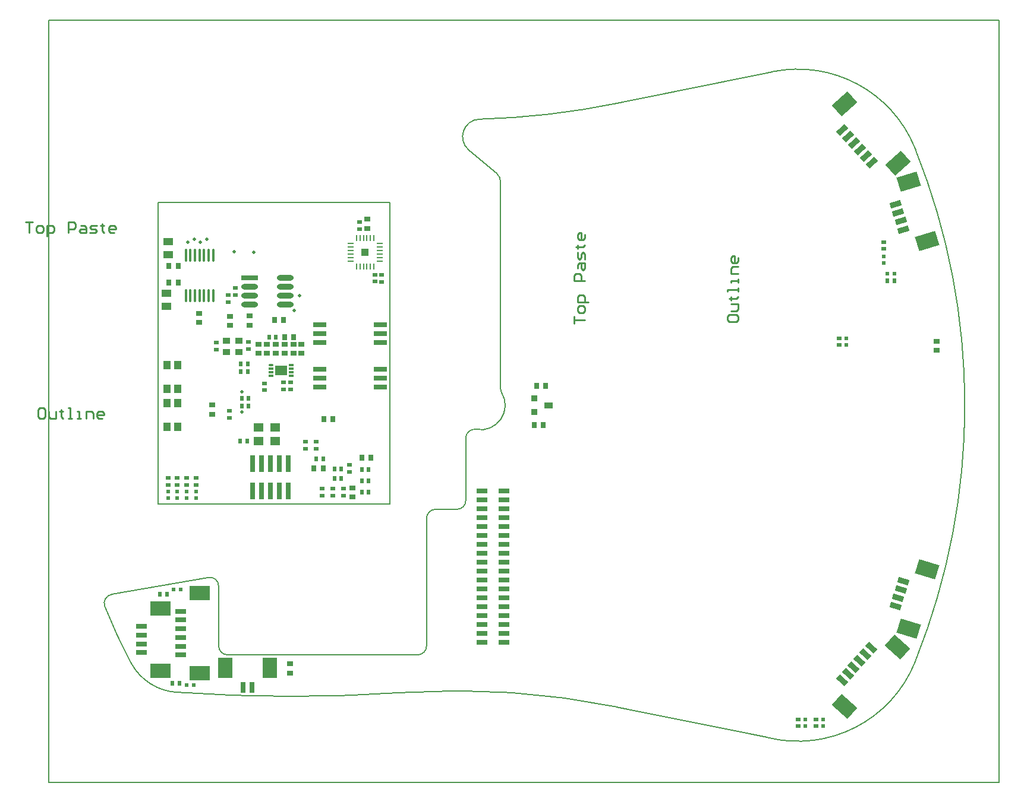
<source format=gtp>
G04 Layer_Color=8421504*
%FSLAX25Y25*%
%MOIN*%
G70*
G01*
G75*
%ADD10R,0.03543X0.02559*%
%ADD11R,0.02559X0.03543*%
%ADD12R,0.02559X0.02165*%
%ADD13R,0.02362X0.01969*%
%ADD14R,0.02165X0.02559*%
%ADD15R,0.11811X0.08268*%
%ADD16R,0.06299X0.03150*%
%ADD17R,0.08268X0.11811*%
%ADD18R,0.03150X0.06299*%
%ADD19R,0.05900X0.02800*%
%ADD20R,0.03600X0.03600*%
%ADD21R,0.05000X0.03600*%
%ADD22R,0.01969X0.02362*%
G04:AMPARAMS|DCode=23|XSize=118.11mil|YSize=82.68mil|CornerRadius=0mil|HoleSize=0mil|Usage=FLASHONLY|Rotation=138.000|XOffset=0mil|YOffset=0mil|HoleType=Round|Shape=Rectangle|*
%AMROTATEDRECTD23*
4,1,4,0.07155,-0.00879,0.01623,-0.07024,-0.07155,0.00879,-0.01623,0.07024,0.07155,-0.00879,0.0*
%
%ADD23ROTATEDRECTD23*%

G04:AMPARAMS|DCode=24|XSize=31.5mil|YSize=62.99mil|CornerRadius=0mil|HoleSize=0mil|Usage=FLASHONLY|Rotation=48.000|XOffset=0mil|YOffset=0mil|HoleType=Round|Shape=Rectangle|*
%AMROTATEDRECTD24*
4,1,4,0.01287,-0.03278,-0.03394,0.00937,-0.01287,0.03278,0.03394,-0.00937,0.01287,-0.03278,0.0*
%
%ADD24ROTATEDRECTD24*%

G04:AMPARAMS|DCode=25|XSize=118.11mil|YSize=82.68mil|CornerRadius=0mil|HoleSize=0mil|Usage=FLASHONLY|Rotation=163.000|XOffset=0mil|YOffset=0mil|HoleType=Round|Shape=Rectangle|*
%AMROTATEDRECTD25*
4,1,4,0.06856,0.02227,0.04439,-0.05680,-0.06856,-0.02227,-0.04439,0.05680,0.06856,0.02227,0.0*
%
%ADD25ROTATEDRECTD25*%

G04:AMPARAMS|DCode=26|XSize=31.5mil|YSize=62.99mil|CornerRadius=0mil|HoleSize=0mil|Usage=FLASHONLY|Rotation=73.000|XOffset=0mil|YOffset=0mil|HoleType=Round|Shape=Rectangle|*
%AMROTATEDRECTD26*
4,1,4,0.02551,-0.02427,-0.03472,-0.00585,-0.02551,0.02427,0.03472,0.00585,0.02551,-0.02427,0.0*
%
%ADD26ROTATEDRECTD26*%

%ADD27R,0.02362X0.01969*%
G04:AMPARAMS|DCode=28|XSize=31.5mil|YSize=62.99mil|CornerRadius=0mil|HoleSize=0mil|Usage=FLASHONLY|Rotation=107.000|XOffset=0mil|YOffset=0mil|HoleType=Round|Shape=Rectangle|*
%AMROTATEDRECTD28*
4,1,4,0.03472,-0.00585,-0.02551,-0.02427,-0.03472,0.00585,0.02551,0.02427,0.03472,-0.00585,0.0*
%
%ADD28ROTATEDRECTD28*%

G04:AMPARAMS|DCode=29|XSize=118.11mil|YSize=82.68mil|CornerRadius=0mil|HoleSize=0mil|Usage=FLASHONLY|Rotation=197.000|XOffset=0mil|YOffset=0mil|HoleType=Round|Shape=Rectangle|*
%AMROTATEDRECTD29*
4,1,4,0.04439,0.05680,0.06856,-0.02227,-0.04439,-0.05680,-0.06856,0.02227,0.04439,0.05680,0.0*
%
%ADD29ROTATEDRECTD29*%

G04:AMPARAMS|DCode=30|XSize=31.5mil|YSize=62.99mil|CornerRadius=0mil|HoleSize=0mil|Usage=FLASHONLY|Rotation=132.000|XOffset=0mil|YOffset=0mil|HoleType=Round|Shape=Rectangle|*
%AMROTATEDRECTD30*
4,1,4,0.03394,0.00937,-0.01287,-0.03278,-0.03394,-0.00937,0.01287,0.03278,0.03394,0.00937,0.0*
%
%ADD30ROTATEDRECTD30*%

G04:AMPARAMS|DCode=31|XSize=118.11mil|YSize=82.68mil|CornerRadius=0mil|HoleSize=0mil|Usage=FLASHONLY|Rotation=222.000|XOffset=0mil|YOffset=0mil|HoleType=Round|Shape=Rectangle|*
%AMROTATEDRECTD31*
4,1,4,0.01623,0.07024,0.07155,0.00879,-0.01623,-0.07024,-0.07155,-0.00879,0.01623,0.07024,0.0*
%
%ADD31ROTATEDRECTD31*%

%ADD32C,0.01000*%
%ADD34C,0.00600*%
%ADD38R,0.07520X0.02992*%
%ADD39C,0.02000*%
%ADD40R,0.05512X0.04134*%
%ADD41R,0.04134X0.04528*%
%ADD42R,0.00945X0.03543*%
%ADD43R,0.03543X0.00945*%
%ADD45R,0.03937X0.03543*%
%ADD46O,0.01378X0.07874*%
%ADD47R,0.05512X0.04724*%
%ADD48O,0.09449X0.03150*%
%ADD49R,0.09449X0.03150*%
%ADD50R,0.06890X0.05709*%
%ADD51R,0.02953X0.01181*%
G04:AMPARAMS|DCode=52|XSize=11.81mil|YSize=29.53mil|CornerRadius=5.91mil|HoleSize=0mil|Usage=FLASHONLY|Rotation=270.000|XOffset=0mil|YOffset=0mil|HoleType=Round|Shape=RoundedRectangle|*
%AMROUNDEDRECTD52*
21,1,0.01181,0.01772,0,0,270.0*
21,1,0.00000,0.02953,0,0,270.0*
1,1,0.01181,-0.00886,0.00000*
1,1,0.01181,-0.00886,0.00000*
1,1,0.01181,0.00886,0.00000*
1,1,0.01181,0.00886,0.00000*
%
%ADD52ROUNDEDRECTD52*%
%ADD53R,0.02992X0.09449*%
%ADD56C,0.00800*%
%ADD59C,0.00500*%
%ADD89R,0.04331X0.04331*%
D10*
X673901Y334600D02*
D03*
Y329482D02*
D03*
X311351Y153399D02*
D03*
Y148281D02*
D03*
X354574Y397976D02*
D03*
Y403094D02*
D03*
X303393Y333015D02*
D03*
Y327897D02*
D03*
X308118Y333015D02*
D03*
Y327897D02*
D03*
X346307Y252307D02*
D03*
Y247188D02*
D03*
X260251Y345225D02*
D03*
Y350343D02*
D03*
X288433Y348763D02*
D03*
Y343645D02*
D03*
X313236Y333015D02*
D03*
Y327897D02*
D03*
X267566Y293645D02*
D03*
Y298763D02*
D03*
X293551Y333015D02*
D03*
Y327897D02*
D03*
X298275Y333015D02*
D03*
Y327897D02*
D03*
X277409Y348567D02*
D03*
Y343448D02*
D03*
X317566Y327897D02*
D03*
Y333015D02*
D03*
D11*
X448233Y287399D02*
D03*
X453351D02*
D03*
X449579Y309399D02*
D03*
X454697D02*
D03*
X308118Y336952D02*
D03*
X313236D02*
D03*
X324653Y263330D02*
D03*
X329771D02*
D03*
X351425Y269236D02*
D03*
X356543D02*
D03*
X330165Y290889D02*
D03*
X335283D02*
D03*
X302606Y346401D02*
D03*
X307724D02*
D03*
X243354Y367661D02*
D03*
X248472D02*
D03*
X248472Y376716D02*
D03*
X243354D02*
D03*
D12*
X619351Y332430D02*
D03*
Y336367D02*
D03*
X596351Y118430D02*
D03*
Y122367D02*
D03*
X606351Y118430D02*
D03*
Y122367D02*
D03*
X644351Y386430D02*
D03*
Y390367D02*
D03*
X277252Y295411D02*
D03*
Y291474D02*
D03*
X350244Y401519D02*
D03*
Y397582D02*
D03*
X344732Y261362D02*
D03*
Y265299D02*
D03*
X248013Y253881D02*
D03*
Y257818D02*
D03*
X242763Y253881D02*
D03*
Y257818D02*
D03*
X288039Y330259D02*
D03*
Y334196D02*
D03*
X269929Y333803D02*
D03*
Y329866D02*
D03*
X325834Y278291D02*
D03*
Y274354D02*
D03*
X319929Y278291D02*
D03*
Y274354D02*
D03*
X335283Y251913D02*
D03*
Y247976D02*
D03*
X329378Y251913D02*
D03*
Y247976D02*
D03*
X341189Y251913D02*
D03*
Y247976D02*
D03*
X358905Y371992D02*
D03*
Y368055D02*
D03*
X362551Y371911D02*
D03*
Y367974D02*
D03*
X253262Y253881D02*
D03*
Y257818D02*
D03*
X258511Y253881D02*
D03*
Y257818D02*
D03*
X276622Y356637D02*
D03*
Y360574D02*
D03*
X311453Y311584D02*
D03*
Y307647D02*
D03*
X307452Y307574D02*
D03*
Y311511D02*
D03*
X280559Y364511D02*
D03*
Y360574D02*
D03*
X296751Y307060D02*
D03*
Y310997D02*
D03*
D13*
X257320Y141399D02*
D03*
X253383D02*
D03*
X249920Y195299D02*
D03*
X245983D02*
D03*
X646383Y372399D02*
D03*
X650320D02*
D03*
D14*
X249320Y142399D02*
D03*
X245383D02*
D03*
X242320Y192599D02*
D03*
X238383D02*
D03*
X646383Y368399D02*
D03*
X650320D02*
D03*
X340007Y262936D02*
D03*
X336070D02*
D03*
X303393Y336952D02*
D03*
X299456D02*
D03*
X287251Y278685D02*
D03*
X283314D02*
D03*
X325834Y268448D02*
D03*
X329771D02*
D03*
X351425Y256244D02*
D03*
X355362D02*
D03*
X351425Y249944D02*
D03*
X355362D02*
D03*
X351425Y262543D02*
D03*
X355362D02*
D03*
X284102Y302700D02*
D03*
X288039D02*
D03*
X284102Y298370D02*
D03*
X288039D02*
D03*
X287645Y321992D02*
D03*
X283708D02*
D03*
X287645Y317661D02*
D03*
X283708D02*
D03*
X336070Y257425D02*
D03*
X340007D02*
D03*
D15*
X238692Y149674D02*
D03*
Y184596D02*
D03*
X260679Y148322D02*
D03*
Y193086D02*
D03*
D16*
X227865Y159753D02*
D03*
Y164674D02*
D03*
Y169596D02*
D03*
Y174517D02*
D03*
X249852Y158401D02*
D03*
Y178086D02*
D03*
Y183007D02*
D03*
Y163322D02*
D03*
Y173165D02*
D03*
Y168243D02*
D03*
D17*
X274973Y151091D02*
D03*
X300051D02*
D03*
D18*
X285051Y140264D02*
D03*
X289973D02*
D03*
D19*
X418937Y165438D02*
D03*
Y185438D02*
D03*
Y190438D02*
D03*
Y170438D02*
D03*
Y180438D02*
D03*
Y175438D02*
D03*
Y215438D02*
D03*
Y220438D02*
D03*
Y195438D02*
D03*
Y210438D02*
D03*
Y225438D02*
D03*
Y230438D02*
D03*
Y200438D02*
D03*
Y205438D02*
D03*
Y235438D02*
D03*
Y240438D02*
D03*
Y245438D02*
D03*
Y250438D02*
D03*
X431337Y165438D02*
D03*
Y170438D02*
D03*
Y175438D02*
D03*
Y180438D02*
D03*
Y200438D02*
D03*
Y205438D02*
D03*
Y185438D02*
D03*
Y195438D02*
D03*
Y190438D02*
D03*
Y210438D02*
D03*
Y220438D02*
D03*
Y225438D02*
D03*
Y215438D02*
D03*
Y245438D02*
D03*
Y250438D02*
D03*
Y230438D02*
D03*
Y240438D02*
D03*
Y235438D02*
D03*
D20*
X448351Y294899D02*
D03*
Y302399D02*
D03*
D21*
X456351Y298599D02*
D03*
D22*
X600351Y122367D02*
D03*
Y118430D02*
D03*
X610351Y122367D02*
D03*
Y118430D02*
D03*
X644351Y378430D02*
D03*
Y382367D02*
D03*
D23*
X622097Y129610D02*
D03*
X652050Y162876D02*
D03*
D24*
X620795Y144345D02*
D03*
X624088Y148002D02*
D03*
X627380Y151659D02*
D03*
X630674Y155317D02*
D03*
X633967Y158974D02*
D03*
X637259Y162631D02*
D03*
D25*
X658275Y173119D02*
D03*
X668485Y206515D02*
D03*
D26*
X650868Y185923D02*
D03*
X652307Y190629D02*
D03*
X653746Y195336D02*
D03*
X655184Y200042D02*
D03*
D27*
X623219Y336170D02*
D03*
Y332627D02*
D03*
X248013Y246598D02*
D03*
Y250141D02*
D03*
X242763Y246598D02*
D03*
Y250141D02*
D03*
X253262Y246598D02*
D03*
Y250141D02*
D03*
X258511Y246598D02*
D03*
Y250141D02*
D03*
D28*
X655184Y397358D02*
D03*
X650868Y411477D02*
D03*
X652307Y406771D02*
D03*
X653746Y402064D02*
D03*
D29*
X658275Y424281D02*
D03*
X668485Y390885D02*
D03*
D30*
X621041Y453069D02*
D03*
X624334Y449412D02*
D03*
X630920Y442097D02*
D03*
X627626Y445755D02*
D03*
X634213Y438440D02*
D03*
X637505Y434783D02*
D03*
D31*
X622343Y467803D02*
D03*
X652296Y434537D02*
D03*
D32*
X470453Y344399D02*
Y348397D01*
Y346398D01*
X476451D01*
Y351396D02*
Y353396D01*
X475452Y354396D01*
X473452D01*
X472452Y353396D01*
Y351396D01*
X473452Y350397D01*
X475452D01*
X476451Y351396D01*
X478450Y356395D02*
X472452D01*
Y359394D01*
X473452Y360394D01*
X475452D01*
X476451Y359394D01*
Y356395D01*
Y368391D02*
X470453D01*
Y371390D01*
X471453Y372390D01*
X473452D01*
X474452Y371390D01*
Y368391D01*
X472452Y375389D02*
Y377388D01*
X473452Y378388D01*
X476451D01*
Y375389D01*
X475452Y374389D01*
X474452Y375389D01*
Y378388D01*
X476451Y380387D02*
Y383386D01*
X475452Y384386D01*
X474452Y383386D01*
Y381387D01*
X473452Y380387D01*
X472452Y381387D01*
Y384386D01*
X471453Y387385D02*
X472452D01*
Y386385D01*
Y388385D01*
Y387385D01*
X475452D01*
X476451Y388385D01*
Y394383D02*
Y392383D01*
X475452Y391384D01*
X473452D01*
X472452Y392383D01*
Y394383D01*
X473452Y395382D01*
X474452D01*
Y391384D01*
X162747Y401441D02*
X166746D01*
X164746D01*
Y395443D01*
X169745D02*
X171744D01*
X172744Y396443D01*
Y398442D01*
X171744Y399442D01*
X169745D01*
X168745Y398442D01*
Y396443D01*
X169745Y395443D01*
X174743Y393443D02*
Y399442D01*
X177742D01*
X178742Y398442D01*
Y396443D01*
X177742Y395443D01*
X174743D01*
X186739D02*
Y401441D01*
X189738D01*
X190738Y400441D01*
Y398442D01*
X189738Y397442D01*
X186739D01*
X193737Y399442D02*
X195736D01*
X196736Y398442D01*
Y395443D01*
X193737D01*
X192737Y396443D01*
X193737Y397442D01*
X196736D01*
X198735Y395443D02*
X201734D01*
X202734Y396443D01*
X201734Y397442D01*
X199735D01*
X198735Y398442D01*
X199735Y399442D01*
X202734D01*
X205733Y400441D02*
Y399442D01*
X204733D01*
X206733D01*
X205733D01*
Y396443D01*
X206733Y395443D01*
X212731D02*
X210731D01*
X209732Y396443D01*
Y398442D01*
X210731Y399442D01*
X212731D01*
X213731Y398442D01*
Y397442D01*
X209732D01*
X556453Y348398D02*
Y346398D01*
X557453Y345399D01*
X561451D01*
X562451Y346398D01*
Y348398D01*
X561451Y349397D01*
X557453D01*
X556453Y348398D01*
X558452Y351397D02*
X561451D01*
X562451Y352396D01*
Y355396D01*
X558452D01*
X557453Y358395D02*
X558452D01*
Y357395D01*
Y359394D01*
Y358395D01*
X561451D01*
X562451Y359394D01*
Y362393D02*
Y364393D01*
Y363393D01*
X556453D01*
Y362393D01*
X562451Y367392D02*
Y369391D01*
Y368391D01*
X558452D01*
Y367392D01*
X562451Y372390D02*
X558452D01*
Y375389D01*
X559452Y376389D01*
X562451D01*
Y381387D02*
Y379388D01*
X561451Y378388D01*
X559452D01*
X558452Y379388D01*
Y381387D01*
X559452Y382387D01*
X560452D01*
Y378388D01*
X172744Y297358D02*
X170744D01*
X169745Y296358D01*
Y292360D01*
X170744Y291360D01*
X172744D01*
X173743Y292360D01*
Y296358D01*
X172744Y297358D01*
X175743Y295359D02*
Y292360D01*
X176742Y291360D01*
X179742D01*
Y295359D01*
X182740Y296358D02*
Y295359D01*
X181741D01*
X183740D01*
X182740D01*
Y292360D01*
X183740Y291360D01*
X186739D02*
X188739D01*
X187739D01*
Y297358D01*
X186739D01*
X191738Y291360D02*
X193737D01*
X192737D01*
Y295359D01*
X191738D01*
X196736Y291360D02*
Y295359D01*
X199735D01*
X200735Y294359D01*
Y291360D01*
X205733D02*
X203734D01*
X202734Y292360D01*
Y294359D01*
X203734Y295359D01*
X205733D01*
X206733Y294359D01*
Y293359D01*
X202734D01*
D34*
X271199Y197100D02*
G03*
X265331Y202024I-5000J0D01*
G01*
X211131Y192424D02*
G03*
X207351Y185660I868J-4923D01*
G01*
X207365Y185649D02*
G03*
X221998Y154053I285528J113050D01*
G01*
X222012Y154064D02*
G03*
X248120Y137445I27788J14837D01*
G01*
X248123Y137498D02*
G03*
X374671Y137370I64179J895306D01*
G01*
X494138Y129335D02*
G03*
X375560Y137364I-89279J-438871D01*
G01*
X578946Y112082D02*
G03*
X661773Y154430I17054J68818D01*
G01*
X662305Y155917D02*
G03*
X662238Y441653I-358406J142783D01*
G01*
X661737Y443060D02*
G03*
X581986Y486002I-65737J-26559D01*
G01*
X429099Y308500D02*
G03*
X429836Y305888I4999J1D01*
G01*
X415703Y285110D02*
G03*
X429866Y305911I2396J13590D01*
G01*
X415668Y285124D02*
G03*
X409799Y280200I-869J-4924D01*
G01*
X404799Y240200D02*
G03*
X409799Y245200I0J5000D01*
G01*
X392799Y240200D02*
G03*
X387799Y235200I0J-5000D01*
G01*
X382799Y158500D02*
G03*
X387799Y163500I0J5000D01*
G01*
X271199D02*
G03*
X276199Y158500I5000J0D01*
G01*
X417516Y459294D02*
G03*
X494633Y468209I-12450J445697D01*
G01*
X417516Y459294D02*
G03*
X411452Y442036I300J-9800D01*
G01*
X429216Y424594D02*
G03*
X427437Y428419I-5000J1D01*
G01*
X494146Y129372D02*
X578955Y112119D01*
X494543Y468209D02*
X581999Y486000D01*
X271199Y163500D02*
Y197100D01*
X211099Y192400D02*
X265399Y202000D01*
X409799Y245200D02*
Y280200D01*
X392799Y240200D02*
X404799D01*
X387799Y163500D02*
Y235200D01*
X276199Y158500D02*
X382799D01*
X411416Y441994D02*
X427416Y428394D01*
X429117Y309399D02*
X429216Y424624D01*
X374671Y137370D02*
X375554D01*
X661773Y154430D02*
X662305Y155917D01*
X661737Y443060D02*
X662238Y441653D01*
X494543Y468209D02*
X494633D01*
X429099Y308500D02*
Y309381D01*
X429117Y309399D01*
D38*
X327751Y339043D02*
D03*
Y344043D02*
D03*
Y309043D02*
D03*
Y314043D02*
D03*
X361752Y339043D02*
D03*
Y334043D02*
D03*
Y344043D02*
D03*
Y319043D02*
D03*
Y309043D02*
D03*
Y314043D02*
D03*
X327751Y319043D02*
D03*
Y334043D02*
D03*
D39*
X290951Y384543D02*
D03*
X279751Y384843D02*
D03*
X284152Y306243D02*
D03*
X264551Y391843D02*
D03*
X284152Y294743D02*
D03*
X261052Y390143D02*
D03*
X257552Y391843D02*
D03*
X254051Y390143D02*
D03*
X313415Y352043D02*
D03*
X316551Y360154D02*
D03*
D40*
X241976Y361559D02*
D03*
Y354078D02*
D03*
X242763Y390692D02*
D03*
Y383212D02*
D03*
D41*
X248128Y299846D02*
D03*
X242271Y299846D02*
D03*
X248128Y286657D02*
D03*
X242271D02*
D03*
X248128Y321106D02*
D03*
X242271Y321106D02*
D03*
X248128Y307917D02*
D03*
X242271D02*
D03*
D42*
X348472Y376519D02*
D03*
X350441D02*
D03*
X352409D02*
D03*
X354378D02*
D03*
X356346D02*
D03*
X358314D02*
D03*
Y392661D02*
D03*
X356346D02*
D03*
X354378D02*
D03*
X352409D02*
D03*
X350441D02*
D03*
X348472D02*
D03*
D43*
X361464Y379669D02*
D03*
Y381637D02*
D03*
Y383606D02*
D03*
Y385574D02*
D03*
Y387543D02*
D03*
Y389511D02*
D03*
X345322D02*
D03*
Y387543D02*
D03*
Y385574D02*
D03*
Y383606D02*
D03*
Y381637D02*
D03*
Y379669D02*
D03*
D45*
X282724Y334787D02*
D03*
X275441D02*
D03*
Y328685D02*
D03*
X282724D02*
D03*
D46*
X252803Y360181D02*
D03*
X255362D02*
D03*
X257921D02*
D03*
X260480D02*
D03*
X263039D02*
D03*
X265598D02*
D03*
X268157D02*
D03*
X252803Y383015D02*
D03*
X255362D02*
D03*
X257921D02*
D03*
X260480D02*
D03*
X263039D02*
D03*
X265598D02*
D03*
X268157D02*
D03*
D47*
X293551Y286165D02*
D03*
X302999D02*
D03*
Y278685D02*
D03*
X293551D02*
D03*
D48*
X308400Y355154D02*
D03*
Y360154D02*
D03*
Y365154D02*
D03*
Y370154D02*
D03*
X288715Y355154D02*
D03*
Y360154D02*
D03*
Y365154D02*
D03*
D49*
Y370154D02*
D03*
D50*
X306346Y318251D02*
D03*
D51*
X312055Y321204D02*
D03*
Y319236D02*
D03*
Y317267D02*
D03*
Y315299D02*
D03*
X300637D02*
D03*
Y317267D02*
D03*
Y319236D02*
D03*
D52*
Y321204D02*
D03*
D53*
X310244Y265889D02*
D03*
Y250535D02*
D03*
X305244Y265889D02*
D03*
Y250535D02*
D03*
X300244Y265889D02*
D03*
Y250535D02*
D03*
X295244Y265889D02*
D03*
Y250535D02*
D03*
X290244D02*
D03*
Y265889D02*
D03*
D56*
X176000Y87000D02*
Y515000D01*
X709000D01*
Y87000D02*
Y515000D01*
X176000Y87000D02*
X709000D01*
D59*
X237351Y243251D02*
X367273D01*
Y412543D01*
X237351D02*
X367273D01*
X237351Y243251D02*
Y412543D01*
D89*
X353393Y384590D02*
D03*
M02*

</source>
